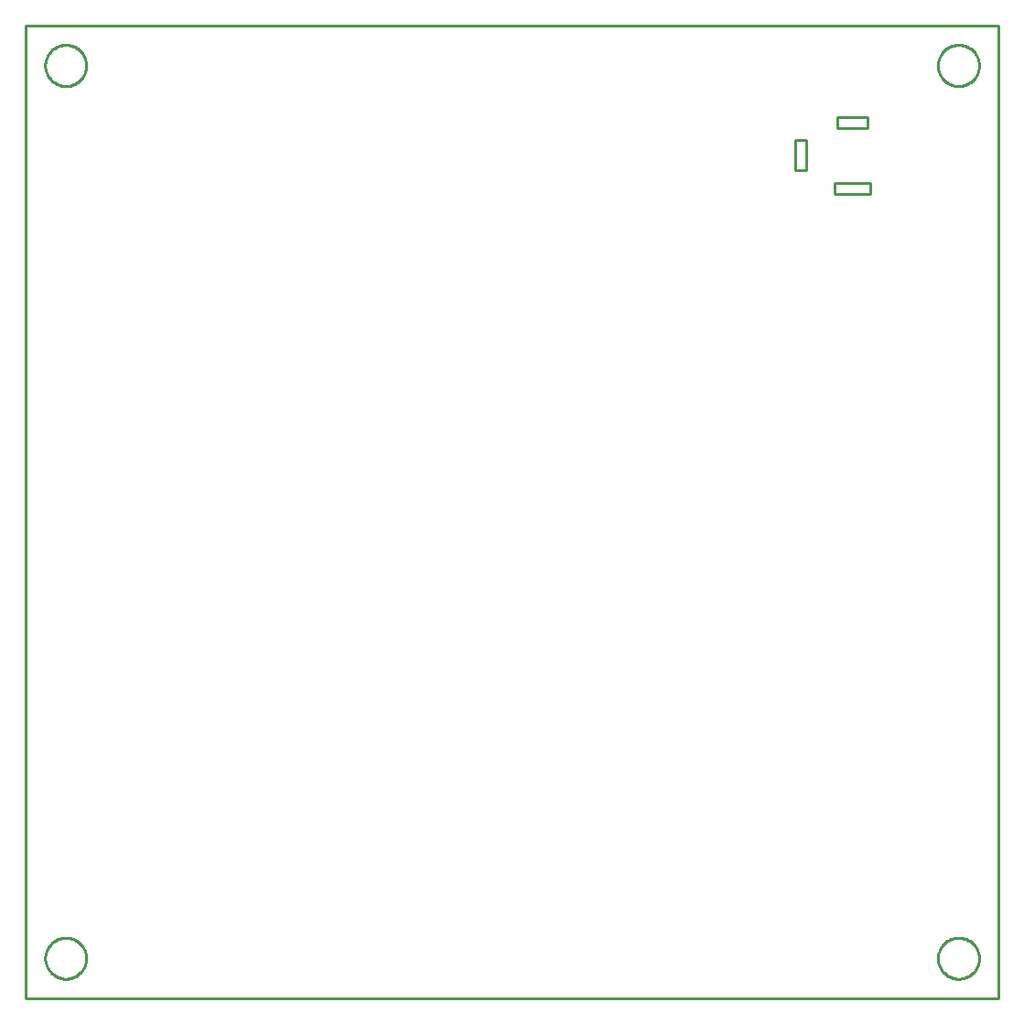
<source format=gko>
G04 EAGLE Gerber RS-274X export*
G75*
%MOMM*%
%FSLAX34Y34*%
%LPD*%
%IN*%
%IPPOS*%
%AMOC8*
5,1,8,0,0,1.08239X$1,22.5*%
G01*
%ADD10C,0.000000*%
%ADD11C,0.254000*%


D10*
X0Y0D02*
X900000Y0D01*
X900000Y900000D01*
X0Y900000D01*
X0Y0D01*
X18000Y37000D02*
X18006Y37466D01*
X18023Y37932D01*
X18051Y38398D01*
X18091Y38862D01*
X18143Y39326D01*
X18206Y39788D01*
X18280Y40248D01*
X18365Y40707D01*
X18462Y41163D01*
X18569Y41617D01*
X18688Y42068D01*
X18818Y42515D01*
X18959Y42960D01*
X19111Y43401D01*
X19273Y43838D01*
X19446Y44271D01*
X19630Y44700D01*
X19824Y45124D01*
X20029Y45543D01*
X20243Y45957D01*
X20468Y46365D01*
X20703Y46768D01*
X20948Y47165D01*
X21202Y47556D01*
X21466Y47940D01*
X21739Y48318D01*
X22021Y48689D01*
X22313Y49053D01*
X22613Y49410D01*
X22922Y49760D01*
X23239Y50101D01*
X23565Y50435D01*
X23899Y50761D01*
X24240Y51078D01*
X24590Y51387D01*
X24947Y51687D01*
X25311Y51979D01*
X25682Y52261D01*
X26060Y52534D01*
X26444Y52798D01*
X26835Y53052D01*
X27232Y53297D01*
X27635Y53532D01*
X28043Y53757D01*
X28457Y53971D01*
X28876Y54176D01*
X29300Y54370D01*
X29729Y54554D01*
X30162Y54727D01*
X30599Y54889D01*
X31040Y55041D01*
X31485Y55182D01*
X31932Y55312D01*
X32383Y55431D01*
X32837Y55538D01*
X33293Y55635D01*
X33752Y55720D01*
X34212Y55794D01*
X34674Y55857D01*
X35138Y55909D01*
X35602Y55949D01*
X36068Y55977D01*
X36534Y55994D01*
X37000Y56000D01*
X37466Y55994D01*
X37932Y55977D01*
X38398Y55949D01*
X38862Y55909D01*
X39326Y55857D01*
X39788Y55794D01*
X40248Y55720D01*
X40707Y55635D01*
X41163Y55538D01*
X41617Y55431D01*
X42068Y55312D01*
X42515Y55182D01*
X42960Y55041D01*
X43401Y54889D01*
X43838Y54727D01*
X44271Y54554D01*
X44700Y54370D01*
X45124Y54176D01*
X45543Y53971D01*
X45957Y53757D01*
X46365Y53532D01*
X46768Y53297D01*
X47165Y53052D01*
X47556Y52798D01*
X47940Y52534D01*
X48318Y52261D01*
X48689Y51979D01*
X49053Y51687D01*
X49410Y51387D01*
X49760Y51078D01*
X50101Y50761D01*
X50435Y50435D01*
X50761Y50101D01*
X51078Y49760D01*
X51387Y49410D01*
X51687Y49053D01*
X51979Y48689D01*
X52261Y48318D01*
X52534Y47940D01*
X52798Y47556D01*
X53052Y47165D01*
X53297Y46768D01*
X53532Y46365D01*
X53757Y45957D01*
X53971Y45543D01*
X54176Y45124D01*
X54370Y44700D01*
X54554Y44271D01*
X54727Y43838D01*
X54889Y43401D01*
X55041Y42960D01*
X55182Y42515D01*
X55312Y42068D01*
X55431Y41617D01*
X55538Y41163D01*
X55635Y40707D01*
X55720Y40248D01*
X55794Y39788D01*
X55857Y39326D01*
X55909Y38862D01*
X55949Y38398D01*
X55977Y37932D01*
X55994Y37466D01*
X56000Y37000D01*
X55994Y36534D01*
X55977Y36068D01*
X55949Y35602D01*
X55909Y35138D01*
X55857Y34674D01*
X55794Y34212D01*
X55720Y33752D01*
X55635Y33293D01*
X55538Y32837D01*
X55431Y32383D01*
X55312Y31932D01*
X55182Y31485D01*
X55041Y31040D01*
X54889Y30599D01*
X54727Y30162D01*
X54554Y29729D01*
X54370Y29300D01*
X54176Y28876D01*
X53971Y28457D01*
X53757Y28043D01*
X53532Y27635D01*
X53297Y27232D01*
X53052Y26835D01*
X52798Y26444D01*
X52534Y26060D01*
X52261Y25682D01*
X51979Y25311D01*
X51687Y24947D01*
X51387Y24590D01*
X51078Y24240D01*
X50761Y23899D01*
X50435Y23565D01*
X50101Y23239D01*
X49760Y22922D01*
X49410Y22613D01*
X49053Y22313D01*
X48689Y22021D01*
X48318Y21739D01*
X47940Y21466D01*
X47556Y21202D01*
X47165Y20948D01*
X46768Y20703D01*
X46365Y20468D01*
X45957Y20243D01*
X45543Y20029D01*
X45124Y19824D01*
X44700Y19630D01*
X44271Y19446D01*
X43838Y19273D01*
X43401Y19111D01*
X42960Y18959D01*
X42515Y18818D01*
X42068Y18688D01*
X41617Y18569D01*
X41163Y18462D01*
X40707Y18365D01*
X40248Y18280D01*
X39788Y18206D01*
X39326Y18143D01*
X38862Y18091D01*
X38398Y18051D01*
X37932Y18023D01*
X37466Y18006D01*
X37000Y18000D01*
X36534Y18006D01*
X36068Y18023D01*
X35602Y18051D01*
X35138Y18091D01*
X34674Y18143D01*
X34212Y18206D01*
X33752Y18280D01*
X33293Y18365D01*
X32837Y18462D01*
X32383Y18569D01*
X31932Y18688D01*
X31485Y18818D01*
X31040Y18959D01*
X30599Y19111D01*
X30162Y19273D01*
X29729Y19446D01*
X29300Y19630D01*
X28876Y19824D01*
X28457Y20029D01*
X28043Y20243D01*
X27635Y20468D01*
X27232Y20703D01*
X26835Y20948D01*
X26444Y21202D01*
X26060Y21466D01*
X25682Y21739D01*
X25311Y22021D01*
X24947Y22313D01*
X24590Y22613D01*
X24240Y22922D01*
X23899Y23239D01*
X23565Y23565D01*
X23239Y23899D01*
X22922Y24240D01*
X22613Y24590D01*
X22313Y24947D01*
X22021Y25311D01*
X21739Y25682D01*
X21466Y26060D01*
X21202Y26444D01*
X20948Y26835D01*
X20703Y27232D01*
X20468Y27635D01*
X20243Y28043D01*
X20029Y28457D01*
X19824Y28876D01*
X19630Y29300D01*
X19446Y29729D01*
X19273Y30162D01*
X19111Y30599D01*
X18959Y31040D01*
X18818Y31485D01*
X18688Y31932D01*
X18569Y32383D01*
X18462Y32837D01*
X18365Y33293D01*
X18280Y33752D01*
X18206Y34212D01*
X18143Y34674D01*
X18091Y35138D01*
X18051Y35602D01*
X18023Y36068D01*
X18006Y36534D01*
X18000Y37000D01*
X844000Y37000D02*
X844006Y37466D01*
X844023Y37932D01*
X844051Y38398D01*
X844091Y38862D01*
X844143Y39326D01*
X844206Y39788D01*
X844280Y40248D01*
X844365Y40707D01*
X844462Y41163D01*
X844569Y41617D01*
X844688Y42068D01*
X844818Y42515D01*
X844959Y42960D01*
X845111Y43401D01*
X845273Y43838D01*
X845446Y44271D01*
X845630Y44700D01*
X845824Y45124D01*
X846029Y45543D01*
X846243Y45957D01*
X846468Y46365D01*
X846703Y46768D01*
X846948Y47165D01*
X847202Y47556D01*
X847466Y47940D01*
X847739Y48318D01*
X848021Y48689D01*
X848313Y49053D01*
X848613Y49410D01*
X848922Y49760D01*
X849239Y50101D01*
X849565Y50435D01*
X849899Y50761D01*
X850240Y51078D01*
X850590Y51387D01*
X850947Y51687D01*
X851311Y51979D01*
X851682Y52261D01*
X852060Y52534D01*
X852444Y52798D01*
X852835Y53052D01*
X853232Y53297D01*
X853635Y53532D01*
X854043Y53757D01*
X854457Y53971D01*
X854876Y54176D01*
X855300Y54370D01*
X855729Y54554D01*
X856162Y54727D01*
X856599Y54889D01*
X857040Y55041D01*
X857485Y55182D01*
X857932Y55312D01*
X858383Y55431D01*
X858837Y55538D01*
X859293Y55635D01*
X859752Y55720D01*
X860212Y55794D01*
X860674Y55857D01*
X861138Y55909D01*
X861602Y55949D01*
X862068Y55977D01*
X862534Y55994D01*
X863000Y56000D01*
X863466Y55994D01*
X863932Y55977D01*
X864398Y55949D01*
X864862Y55909D01*
X865326Y55857D01*
X865788Y55794D01*
X866248Y55720D01*
X866707Y55635D01*
X867163Y55538D01*
X867617Y55431D01*
X868068Y55312D01*
X868515Y55182D01*
X868960Y55041D01*
X869401Y54889D01*
X869838Y54727D01*
X870271Y54554D01*
X870700Y54370D01*
X871124Y54176D01*
X871543Y53971D01*
X871957Y53757D01*
X872365Y53532D01*
X872768Y53297D01*
X873165Y53052D01*
X873556Y52798D01*
X873940Y52534D01*
X874318Y52261D01*
X874689Y51979D01*
X875053Y51687D01*
X875410Y51387D01*
X875760Y51078D01*
X876101Y50761D01*
X876435Y50435D01*
X876761Y50101D01*
X877078Y49760D01*
X877387Y49410D01*
X877687Y49053D01*
X877979Y48689D01*
X878261Y48318D01*
X878534Y47940D01*
X878798Y47556D01*
X879052Y47165D01*
X879297Y46768D01*
X879532Y46365D01*
X879757Y45957D01*
X879971Y45543D01*
X880176Y45124D01*
X880370Y44700D01*
X880554Y44271D01*
X880727Y43838D01*
X880889Y43401D01*
X881041Y42960D01*
X881182Y42515D01*
X881312Y42068D01*
X881431Y41617D01*
X881538Y41163D01*
X881635Y40707D01*
X881720Y40248D01*
X881794Y39788D01*
X881857Y39326D01*
X881909Y38862D01*
X881949Y38398D01*
X881977Y37932D01*
X881994Y37466D01*
X882000Y37000D01*
X881994Y36534D01*
X881977Y36068D01*
X881949Y35602D01*
X881909Y35138D01*
X881857Y34674D01*
X881794Y34212D01*
X881720Y33752D01*
X881635Y33293D01*
X881538Y32837D01*
X881431Y32383D01*
X881312Y31932D01*
X881182Y31485D01*
X881041Y31040D01*
X880889Y30599D01*
X880727Y30162D01*
X880554Y29729D01*
X880370Y29300D01*
X880176Y28876D01*
X879971Y28457D01*
X879757Y28043D01*
X879532Y27635D01*
X879297Y27232D01*
X879052Y26835D01*
X878798Y26444D01*
X878534Y26060D01*
X878261Y25682D01*
X877979Y25311D01*
X877687Y24947D01*
X877387Y24590D01*
X877078Y24240D01*
X876761Y23899D01*
X876435Y23565D01*
X876101Y23239D01*
X875760Y22922D01*
X875410Y22613D01*
X875053Y22313D01*
X874689Y22021D01*
X874318Y21739D01*
X873940Y21466D01*
X873556Y21202D01*
X873165Y20948D01*
X872768Y20703D01*
X872365Y20468D01*
X871957Y20243D01*
X871543Y20029D01*
X871124Y19824D01*
X870700Y19630D01*
X870271Y19446D01*
X869838Y19273D01*
X869401Y19111D01*
X868960Y18959D01*
X868515Y18818D01*
X868068Y18688D01*
X867617Y18569D01*
X867163Y18462D01*
X866707Y18365D01*
X866248Y18280D01*
X865788Y18206D01*
X865326Y18143D01*
X864862Y18091D01*
X864398Y18051D01*
X863932Y18023D01*
X863466Y18006D01*
X863000Y18000D01*
X862534Y18006D01*
X862068Y18023D01*
X861602Y18051D01*
X861138Y18091D01*
X860674Y18143D01*
X860212Y18206D01*
X859752Y18280D01*
X859293Y18365D01*
X858837Y18462D01*
X858383Y18569D01*
X857932Y18688D01*
X857485Y18818D01*
X857040Y18959D01*
X856599Y19111D01*
X856162Y19273D01*
X855729Y19446D01*
X855300Y19630D01*
X854876Y19824D01*
X854457Y20029D01*
X854043Y20243D01*
X853635Y20468D01*
X853232Y20703D01*
X852835Y20948D01*
X852444Y21202D01*
X852060Y21466D01*
X851682Y21739D01*
X851311Y22021D01*
X850947Y22313D01*
X850590Y22613D01*
X850240Y22922D01*
X849899Y23239D01*
X849565Y23565D01*
X849239Y23899D01*
X848922Y24240D01*
X848613Y24590D01*
X848313Y24947D01*
X848021Y25311D01*
X847739Y25682D01*
X847466Y26060D01*
X847202Y26444D01*
X846948Y26835D01*
X846703Y27232D01*
X846468Y27635D01*
X846243Y28043D01*
X846029Y28457D01*
X845824Y28876D01*
X845630Y29300D01*
X845446Y29729D01*
X845273Y30162D01*
X845111Y30599D01*
X844959Y31040D01*
X844818Y31485D01*
X844688Y31932D01*
X844569Y32383D01*
X844462Y32837D01*
X844365Y33293D01*
X844280Y33752D01*
X844206Y34212D01*
X844143Y34674D01*
X844091Y35138D01*
X844051Y35602D01*
X844023Y36068D01*
X844006Y36534D01*
X844000Y37000D01*
X18000Y863000D02*
X18006Y863466D01*
X18023Y863932D01*
X18051Y864398D01*
X18091Y864862D01*
X18143Y865326D01*
X18206Y865788D01*
X18280Y866248D01*
X18365Y866707D01*
X18462Y867163D01*
X18569Y867617D01*
X18688Y868068D01*
X18818Y868515D01*
X18959Y868960D01*
X19111Y869401D01*
X19273Y869838D01*
X19446Y870271D01*
X19630Y870700D01*
X19824Y871124D01*
X20029Y871543D01*
X20243Y871957D01*
X20468Y872365D01*
X20703Y872768D01*
X20948Y873165D01*
X21202Y873556D01*
X21466Y873940D01*
X21739Y874318D01*
X22021Y874689D01*
X22313Y875053D01*
X22613Y875410D01*
X22922Y875760D01*
X23239Y876101D01*
X23565Y876435D01*
X23899Y876761D01*
X24240Y877078D01*
X24590Y877387D01*
X24947Y877687D01*
X25311Y877979D01*
X25682Y878261D01*
X26060Y878534D01*
X26444Y878798D01*
X26835Y879052D01*
X27232Y879297D01*
X27635Y879532D01*
X28043Y879757D01*
X28457Y879971D01*
X28876Y880176D01*
X29300Y880370D01*
X29729Y880554D01*
X30162Y880727D01*
X30599Y880889D01*
X31040Y881041D01*
X31485Y881182D01*
X31932Y881312D01*
X32383Y881431D01*
X32837Y881538D01*
X33293Y881635D01*
X33752Y881720D01*
X34212Y881794D01*
X34674Y881857D01*
X35138Y881909D01*
X35602Y881949D01*
X36068Y881977D01*
X36534Y881994D01*
X37000Y882000D01*
X37466Y881994D01*
X37932Y881977D01*
X38398Y881949D01*
X38862Y881909D01*
X39326Y881857D01*
X39788Y881794D01*
X40248Y881720D01*
X40707Y881635D01*
X41163Y881538D01*
X41617Y881431D01*
X42068Y881312D01*
X42515Y881182D01*
X42960Y881041D01*
X43401Y880889D01*
X43838Y880727D01*
X44271Y880554D01*
X44700Y880370D01*
X45124Y880176D01*
X45543Y879971D01*
X45957Y879757D01*
X46365Y879532D01*
X46768Y879297D01*
X47165Y879052D01*
X47556Y878798D01*
X47940Y878534D01*
X48318Y878261D01*
X48689Y877979D01*
X49053Y877687D01*
X49410Y877387D01*
X49760Y877078D01*
X50101Y876761D01*
X50435Y876435D01*
X50761Y876101D01*
X51078Y875760D01*
X51387Y875410D01*
X51687Y875053D01*
X51979Y874689D01*
X52261Y874318D01*
X52534Y873940D01*
X52798Y873556D01*
X53052Y873165D01*
X53297Y872768D01*
X53532Y872365D01*
X53757Y871957D01*
X53971Y871543D01*
X54176Y871124D01*
X54370Y870700D01*
X54554Y870271D01*
X54727Y869838D01*
X54889Y869401D01*
X55041Y868960D01*
X55182Y868515D01*
X55312Y868068D01*
X55431Y867617D01*
X55538Y867163D01*
X55635Y866707D01*
X55720Y866248D01*
X55794Y865788D01*
X55857Y865326D01*
X55909Y864862D01*
X55949Y864398D01*
X55977Y863932D01*
X55994Y863466D01*
X56000Y863000D01*
X55994Y862534D01*
X55977Y862068D01*
X55949Y861602D01*
X55909Y861138D01*
X55857Y860674D01*
X55794Y860212D01*
X55720Y859752D01*
X55635Y859293D01*
X55538Y858837D01*
X55431Y858383D01*
X55312Y857932D01*
X55182Y857485D01*
X55041Y857040D01*
X54889Y856599D01*
X54727Y856162D01*
X54554Y855729D01*
X54370Y855300D01*
X54176Y854876D01*
X53971Y854457D01*
X53757Y854043D01*
X53532Y853635D01*
X53297Y853232D01*
X53052Y852835D01*
X52798Y852444D01*
X52534Y852060D01*
X52261Y851682D01*
X51979Y851311D01*
X51687Y850947D01*
X51387Y850590D01*
X51078Y850240D01*
X50761Y849899D01*
X50435Y849565D01*
X50101Y849239D01*
X49760Y848922D01*
X49410Y848613D01*
X49053Y848313D01*
X48689Y848021D01*
X48318Y847739D01*
X47940Y847466D01*
X47556Y847202D01*
X47165Y846948D01*
X46768Y846703D01*
X46365Y846468D01*
X45957Y846243D01*
X45543Y846029D01*
X45124Y845824D01*
X44700Y845630D01*
X44271Y845446D01*
X43838Y845273D01*
X43401Y845111D01*
X42960Y844959D01*
X42515Y844818D01*
X42068Y844688D01*
X41617Y844569D01*
X41163Y844462D01*
X40707Y844365D01*
X40248Y844280D01*
X39788Y844206D01*
X39326Y844143D01*
X38862Y844091D01*
X38398Y844051D01*
X37932Y844023D01*
X37466Y844006D01*
X37000Y844000D01*
X36534Y844006D01*
X36068Y844023D01*
X35602Y844051D01*
X35138Y844091D01*
X34674Y844143D01*
X34212Y844206D01*
X33752Y844280D01*
X33293Y844365D01*
X32837Y844462D01*
X32383Y844569D01*
X31932Y844688D01*
X31485Y844818D01*
X31040Y844959D01*
X30599Y845111D01*
X30162Y845273D01*
X29729Y845446D01*
X29300Y845630D01*
X28876Y845824D01*
X28457Y846029D01*
X28043Y846243D01*
X27635Y846468D01*
X27232Y846703D01*
X26835Y846948D01*
X26444Y847202D01*
X26060Y847466D01*
X25682Y847739D01*
X25311Y848021D01*
X24947Y848313D01*
X24590Y848613D01*
X24240Y848922D01*
X23899Y849239D01*
X23565Y849565D01*
X23239Y849899D01*
X22922Y850240D01*
X22613Y850590D01*
X22313Y850947D01*
X22021Y851311D01*
X21739Y851682D01*
X21466Y852060D01*
X21202Y852444D01*
X20948Y852835D01*
X20703Y853232D01*
X20468Y853635D01*
X20243Y854043D01*
X20029Y854457D01*
X19824Y854876D01*
X19630Y855300D01*
X19446Y855729D01*
X19273Y856162D01*
X19111Y856599D01*
X18959Y857040D01*
X18818Y857485D01*
X18688Y857932D01*
X18569Y858383D01*
X18462Y858837D01*
X18365Y859293D01*
X18280Y859752D01*
X18206Y860212D01*
X18143Y860674D01*
X18091Y861138D01*
X18051Y861602D01*
X18023Y862068D01*
X18006Y862534D01*
X18000Y863000D01*
X844000Y863000D02*
X844006Y863466D01*
X844023Y863932D01*
X844051Y864398D01*
X844091Y864862D01*
X844143Y865326D01*
X844206Y865788D01*
X844280Y866248D01*
X844365Y866707D01*
X844462Y867163D01*
X844569Y867617D01*
X844688Y868068D01*
X844818Y868515D01*
X844959Y868960D01*
X845111Y869401D01*
X845273Y869838D01*
X845446Y870271D01*
X845630Y870700D01*
X845824Y871124D01*
X846029Y871543D01*
X846243Y871957D01*
X846468Y872365D01*
X846703Y872768D01*
X846948Y873165D01*
X847202Y873556D01*
X847466Y873940D01*
X847739Y874318D01*
X848021Y874689D01*
X848313Y875053D01*
X848613Y875410D01*
X848922Y875760D01*
X849239Y876101D01*
X849565Y876435D01*
X849899Y876761D01*
X850240Y877078D01*
X850590Y877387D01*
X850947Y877687D01*
X851311Y877979D01*
X851682Y878261D01*
X852060Y878534D01*
X852444Y878798D01*
X852835Y879052D01*
X853232Y879297D01*
X853635Y879532D01*
X854043Y879757D01*
X854457Y879971D01*
X854876Y880176D01*
X855300Y880370D01*
X855729Y880554D01*
X856162Y880727D01*
X856599Y880889D01*
X857040Y881041D01*
X857485Y881182D01*
X857932Y881312D01*
X858383Y881431D01*
X858837Y881538D01*
X859293Y881635D01*
X859752Y881720D01*
X860212Y881794D01*
X860674Y881857D01*
X861138Y881909D01*
X861602Y881949D01*
X862068Y881977D01*
X862534Y881994D01*
X863000Y882000D01*
X863466Y881994D01*
X863932Y881977D01*
X864398Y881949D01*
X864862Y881909D01*
X865326Y881857D01*
X865788Y881794D01*
X866248Y881720D01*
X866707Y881635D01*
X867163Y881538D01*
X867617Y881431D01*
X868068Y881312D01*
X868515Y881182D01*
X868960Y881041D01*
X869401Y880889D01*
X869838Y880727D01*
X870271Y880554D01*
X870700Y880370D01*
X871124Y880176D01*
X871543Y879971D01*
X871957Y879757D01*
X872365Y879532D01*
X872768Y879297D01*
X873165Y879052D01*
X873556Y878798D01*
X873940Y878534D01*
X874318Y878261D01*
X874689Y877979D01*
X875053Y877687D01*
X875410Y877387D01*
X875760Y877078D01*
X876101Y876761D01*
X876435Y876435D01*
X876761Y876101D01*
X877078Y875760D01*
X877387Y875410D01*
X877687Y875053D01*
X877979Y874689D01*
X878261Y874318D01*
X878534Y873940D01*
X878798Y873556D01*
X879052Y873165D01*
X879297Y872768D01*
X879532Y872365D01*
X879757Y871957D01*
X879971Y871543D01*
X880176Y871124D01*
X880370Y870700D01*
X880554Y870271D01*
X880727Y869838D01*
X880889Y869401D01*
X881041Y868960D01*
X881182Y868515D01*
X881312Y868068D01*
X881431Y867617D01*
X881538Y867163D01*
X881635Y866707D01*
X881720Y866248D01*
X881794Y865788D01*
X881857Y865326D01*
X881909Y864862D01*
X881949Y864398D01*
X881977Y863932D01*
X881994Y863466D01*
X882000Y863000D01*
X881994Y862534D01*
X881977Y862068D01*
X881949Y861602D01*
X881909Y861138D01*
X881857Y860674D01*
X881794Y860212D01*
X881720Y859752D01*
X881635Y859293D01*
X881538Y858837D01*
X881431Y858383D01*
X881312Y857932D01*
X881182Y857485D01*
X881041Y857040D01*
X880889Y856599D01*
X880727Y856162D01*
X880554Y855729D01*
X880370Y855300D01*
X880176Y854876D01*
X879971Y854457D01*
X879757Y854043D01*
X879532Y853635D01*
X879297Y853232D01*
X879052Y852835D01*
X878798Y852444D01*
X878534Y852060D01*
X878261Y851682D01*
X877979Y851311D01*
X877687Y850947D01*
X877387Y850590D01*
X877078Y850240D01*
X876761Y849899D01*
X876435Y849565D01*
X876101Y849239D01*
X875760Y848922D01*
X875410Y848613D01*
X875053Y848313D01*
X874689Y848021D01*
X874318Y847739D01*
X873940Y847466D01*
X873556Y847202D01*
X873165Y846948D01*
X872768Y846703D01*
X872365Y846468D01*
X871957Y846243D01*
X871543Y846029D01*
X871124Y845824D01*
X870700Y845630D01*
X870271Y845446D01*
X869838Y845273D01*
X869401Y845111D01*
X868960Y844959D01*
X868515Y844818D01*
X868068Y844688D01*
X867617Y844569D01*
X867163Y844462D01*
X866707Y844365D01*
X866248Y844280D01*
X865788Y844206D01*
X865326Y844143D01*
X864862Y844091D01*
X864398Y844051D01*
X863932Y844023D01*
X863466Y844006D01*
X863000Y844000D01*
X862534Y844006D01*
X862068Y844023D01*
X861602Y844051D01*
X861138Y844091D01*
X860674Y844143D01*
X860212Y844206D01*
X859752Y844280D01*
X859293Y844365D01*
X858837Y844462D01*
X858383Y844569D01*
X857932Y844688D01*
X857485Y844818D01*
X857040Y844959D01*
X856599Y845111D01*
X856162Y845273D01*
X855729Y845446D01*
X855300Y845630D01*
X854876Y845824D01*
X854457Y846029D01*
X854043Y846243D01*
X853635Y846468D01*
X853232Y846703D01*
X852835Y846948D01*
X852444Y847202D01*
X852060Y847466D01*
X851682Y847739D01*
X851311Y848021D01*
X850947Y848313D01*
X850590Y848613D01*
X850240Y848922D01*
X849899Y849239D01*
X849565Y849565D01*
X849239Y849899D01*
X848922Y850240D01*
X848613Y850590D01*
X848313Y850947D01*
X848021Y851311D01*
X847739Y851682D01*
X847466Y852060D01*
X847202Y852444D01*
X846948Y852835D01*
X846703Y853232D01*
X846468Y853635D01*
X846243Y854043D01*
X846029Y854457D01*
X845824Y854876D01*
X845630Y855300D01*
X845446Y855729D01*
X845273Y856162D01*
X845111Y856599D01*
X844959Y857040D01*
X844818Y857485D01*
X844688Y857932D01*
X844569Y858383D01*
X844462Y858837D01*
X844365Y859293D01*
X844280Y859752D01*
X844206Y860212D01*
X844143Y860674D01*
X844091Y861138D01*
X844051Y861602D01*
X844023Y862068D01*
X844006Y862534D01*
X844000Y863000D01*
X781200Y754300D02*
X748200Y754300D01*
X781200Y754300D02*
X781200Y744300D01*
X748200Y744300D01*
X748200Y754300D01*
X721700Y766300D02*
X711700Y766300D01*
X721700Y766300D02*
X721700Y794300D01*
X711700Y794300D01*
X711700Y766300D01*
X750700Y815300D02*
X778700Y815300D01*
X778700Y805300D01*
X750700Y805300D01*
X750700Y815300D01*
D11*
X0Y0D02*
X900000Y0D01*
X900000Y900000D01*
X0Y900000D01*
X0Y0D01*
X750700Y805300D02*
X778700Y805300D01*
X778700Y815300D01*
X750700Y815300D01*
X750700Y805300D01*
X748200Y744300D02*
X781200Y744300D01*
X781200Y754300D01*
X748200Y754300D01*
X748200Y744300D01*
X711700Y766300D02*
X721700Y766300D01*
X721700Y794300D01*
X711700Y794300D01*
X711700Y766300D01*
X56000Y36426D02*
X55931Y35280D01*
X55792Y34140D01*
X55585Y33010D01*
X55311Y31896D01*
X54969Y30799D01*
X54562Y29726D01*
X54090Y28679D01*
X53557Y27662D01*
X52963Y26679D01*
X52311Y25734D01*
X51602Y24830D01*
X50841Y23971D01*
X50029Y23159D01*
X49170Y22398D01*
X48266Y21689D01*
X47321Y21037D01*
X46338Y20443D01*
X45321Y19910D01*
X44274Y19438D01*
X43201Y19031D01*
X42104Y18690D01*
X40990Y18415D01*
X39860Y18208D01*
X38720Y18069D01*
X37574Y18000D01*
X36426Y18000D01*
X35280Y18069D01*
X34140Y18208D01*
X33010Y18415D01*
X31896Y18690D01*
X30799Y19031D01*
X29726Y19438D01*
X28679Y19910D01*
X27662Y20443D01*
X26679Y21037D01*
X25734Y21689D01*
X24830Y22398D01*
X23971Y23159D01*
X23159Y23971D01*
X22398Y24830D01*
X21689Y25734D01*
X21037Y26679D01*
X20443Y27662D01*
X19910Y28679D01*
X19438Y29726D01*
X19031Y30799D01*
X18690Y31896D01*
X18415Y33010D01*
X18208Y34140D01*
X18069Y35280D01*
X18000Y36426D01*
X18000Y37574D01*
X18069Y38720D01*
X18208Y39860D01*
X18415Y40990D01*
X18690Y42104D01*
X19031Y43201D01*
X19438Y44274D01*
X19910Y45321D01*
X20443Y46338D01*
X21037Y47321D01*
X21689Y48266D01*
X22398Y49170D01*
X23159Y50029D01*
X23971Y50841D01*
X24830Y51602D01*
X25734Y52311D01*
X26679Y52963D01*
X27662Y53557D01*
X28679Y54090D01*
X29726Y54562D01*
X30799Y54969D01*
X31896Y55311D01*
X33010Y55585D01*
X34140Y55792D01*
X35280Y55931D01*
X36426Y56000D01*
X37574Y56000D01*
X38720Y55931D01*
X39860Y55792D01*
X40990Y55585D01*
X42104Y55311D01*
X43201Y54969D01*
X44274Y54562D01*
X45321Y54090D01*
X46338Y53557D01*
X47321Y52963D01*
X48266Y52311D01*
X49170Y51602D01*
X50029Y50841D01*
X50841Y50029D01*
X51602Y49170D01*
X52311Y48266D01*
X52963Y47321D01*
X53557Y46338D01*
X54090Y45321D01*
X54562Y44274D01*
X54969Y43201D01*
X55311Y42104D01*
X55585Y40990D01*
X55792Y39860D01*
X55931Y38720D01*
X56000Y37574D01*
X56000Y36426D01*
X882000Y36426D02*
X881931Y35280D01*
X881792Y34140D01*
X881585Y33010D01*
X881311Y31896D01*
X880969Y30799D01*
X880562Y29726D01*
X880090Y28679D01*
X879557Y27662D01*
X878963Y26679D01*
X878311Y25734D01*
X877602Y24830D01*
X876841Y23971D01*
X876029Y23159D01*
X875170Y22398D01*
X874266Y21689D01*
X873321Y21037D01*
X872338Y20443D01*
X871321Y19910D01*
X870274Y19438D01*
X869201Y19031D01*
X868104Y18690D01*
X866990Y18415D01*
X865860Y18208D01*
X864720Y18069D01*
X863574Y18000D01*
X862426Y18000D01*
X861280Y18069D01*
X860140Y18208D01*
X859010Y18415D01*
X857896Y18690D01*
X856799Y19031D01*
X855726Y19438D01*
X854679Y19910D01*
X853662Y20443D01*
X852679Y21037D01*
X851734Y21689D01*
X850830Y22398D01*
X849971Y23159D01*
X849159Y23971D01*
X848398Y24830D01*
X847689Y25734D01*
X847037Y26679D01*
X846443Y27662D01*
X845910Y28679D01*
X845438Y29726D01*
X845031Y30799D01*
X844690Y31896D01*
X844415Y33010D01*
X844208Y34140D01*
X844069Y35280D01*
X844000Y36426D01*
X844000Y37574D01*
X844069Y38720D01*
X844208Y39860D01*
X844415Y40990D01*
X844690Y42104D01*
X845031Y43201D01*
X845438Y44274D01*
X845910Y45321D01*
X846443Y46338D01*
X847037Y47321D01*
X847689Y48266D01*
X848398Y49170D01*
X849159Y50029D01*
X849971Y50841D01*
X850830Y51602D01*
X851734Y52311D01*
X852679Y52963D01*
X853662Y53557D01*
X854679Y54090D01*
X855726Y54562D01*
X856799Y54969D01*
X857896Y55311D01*
X859010Y55585D01*
X860140Y55792D01*
X861280Y55931D01*
X862426Y56000D01*
X863574Y56000D01*
X864720Y55931D01*
X865860Y55792D01*
X866990Y55585D01*
X868104Y55311D01*
X869201Y54969D01*
X870274Y54562D01*
X871321Y54090D01*
X872338Y53557D01*
X873321Y52963D01*
X874266Y52311D01*
X875170Y51602D01*
X876029Y50841D01*
X876841Y50029D01*
X877602Y49170D01*
X878311Y48266D01*
X878963Y47321D01*
X879557Y46338D01*
X880090Y45321D01*
X880562Y44274D01*
X880969Y43201D01*
X881311Y42104D01*
X881585Y40990D01*
X881792Y39860D01*
X881931Y38720D01*
X882000Y37574D01*
X882000Y36426D01*
X56000Y862426D02*
X55931Y861280D01*
X55792Y860140D01*
X55585Y859010D01*
X55311Y857896D01*
X54969Y856799D01*
X54562Y855726D01*
X54090Y854679D01*
X53557Y853662D01*
X52963Y852679D01*
X52311Y851734D01*
X51602Y850830D01*
X50841Y849971D01*
X50029Y849159D01*
X49170Y848398D01*
X48266Y847689D01*
X47321Y847037D01*
X46338Y846443D01*
X45321Y845910D01*
X44274Y845438D01*
X43201Y845031D01*
X42104Y844690D01*
X40990Y844415D01*
X39860Y844208D01*
X38720Y844069D01*
X37574Y844000D01*
X36426Y844000D01*
X35280Y844069D01*
X34140Y844208D01*
X33010Y844415D01*
X31896Y844690D01*
X30799Y845031D01*
X29726Y845438D01*
X28679Y845910D01*
X27662Y846443D01*
X26679Y847037D01*
X25734Y847689D01*
X24830Y848398D01*
X23971Y849159D01*
X23159Y849971D01*
X22398Y850830D01*
X21689Y851734D01*
X21037Y852679D01*
X20443Y853662D01*
X19910Y854679D01*
X19438Y855726D01*
X19031Y856799D01*
X18690Y857896D01*
X18415Y859010D01*
X18208Y860140D01*
X18069Y861280D01*
X18000Y862426D01*
X18000Y863574D01*
X18069Y864720D01*
X18208Y865860D01*
X18415Y866990D01*
X18690Y868104D01*
X19031Y869201D01*
X19438Y870274D01*
X19910Y871321D01*
X20443Y872338D01*
X21037Y873321D01*
X21689Y874266D01*
X22398Y875170D01*
X23159Y876029D01*
X23971Y876841D01*
X24830Y877602D01*
X25734Y878311D01*
X26679Y878963D01*
X27662Y879557D01*
X28679Y880090D01*
X29726Y880562D01*
X30799Y880969D01*
X31896Y881311D01*
X33010Y881585D01*
X34140Y881792D01*
X35280Y881931D01*
X36426Y882000D01*
X37574Y882000D01*
X38720Y881931D01*
X39860Y881792D01*
X40990Y881585D01*
X42104Y881311D01*
X43201Y880969D01*
X44274Y880562D01*
X45321Y880090D01*
X46338Y879557D01*
X47321Y878963D01*
X48266Y878311D01*
X49170Y877602D01*
X50029Y876841D01*
X50841Y876029D01*
X51602Y875170D01*
X52311Y874266D01*
X52963Y873321D01*
X53557Y872338D01*
X54090Y871321D01*
X54562Y870274D01*
X54969Y869201D01*
X55311Y868104D01*
X55585Y866990D01*
X55792Y865860D01*
X55931Y864720D01*
X56000Y863574D01*
X56000Y862426D01*
X882000Y862426D02*
X881931Y861280D01*
X881792Y860140D01*
X881585Y859010D01*
X881311Y857896D01*
X880969Y856799D01*
X880562Y855726D01*
X880090Y854679D01*
X879557Y853662D01*
X878963Y852679D01*
X878311Y851734D01*
X877602Y850830D01*
X876841Y849971D01*
X876029Y849159D01*
X875170Y848398D01*
X874266Y847689D01*
X873321Y847037D01*
X872338Y846443D01*
X871321Y845910D01*
X870274Y845438D01*
X869201Y845031D01*
X868104Y844690D01*
X866990Y844415D01*
X865860Y844208D01*
X864720Y844069D01*
X863574Y844000D01*
X862426Y844000D01*
X861280Y844069D01*
X860140Y844208D01*
X859010Y844415D01*
X857896Y844690D01*
X856799Y845031D01*
X855726Y845438D01*
X854679Y845910D01*
X853662Y846443D01*
X852679Y847037D01*
X851734Y847689D01*
X850830Y848398D01*
X849971Y849159D01*
X849159Y849971D01*
X848398Y850830D01*
X847689Y851734D01*
X847037Y852679D01*
X846443Y853662D01*
X845910Y854679D01*
X845438Y855726D01*
X845031Y856799D01*
X844690Y857896D01*
X844415Y859010D01*
X844208Y860140D01*
X844069Y861280D01*
X844000Y862426D01*
X844000Y863574D01*
X844069Y864720D01*
X844208Y865860D01*
X844415Y866990D01*
X844690Y868104D01*
X845031Y869201D01*
X845438Y870274D01*
X845910Y871321D01*
X846443Y872338D01*
X847037Y873321D01*
X847689Y874266D01*
X848398Y875170D01*
X849159Y876029D01*
X849971Y876841D01*
X850830Y877602D01*
X851734Y878311D01*
X852679Y878963D01*
X853662Y879557D01*
X854679Y880090D01*
X855726Y880562D01*
X856799Y880969D01*
X857896Y881311D01*
X859010Y881585D01*
X860140Y881792D01*
X861280Y881931D01*
X862426Y882000D01*
X863574Y882000D01*
X864720Y881931D01*
X865860Y881792D01*
X866990Y881585D01*
X868104Y881311D01*
X869201Y880969D01*
X870274Y880562D01*
X871321Y880090D01*
X872338Y879557D01*
X873321Y878963D01*
X874266Y878311D01*
X875170Y877602D01*
X876029Y876841D01*
X876841Y876029D01*
X877602Y875170D01*
X878311Y874266D01*
X878963Y873321D01*
X879557Y872338D01*
X880090Y871321D01*
X880562Y870274D01*
X880969Y869201D01*
X881311Y868104D01*
X881585Y866990D01*
X881792Y865860D01*
X881931Y864720D01*
X882000Y863574D01*
X882000Y862426D01*
M02*

</source>
